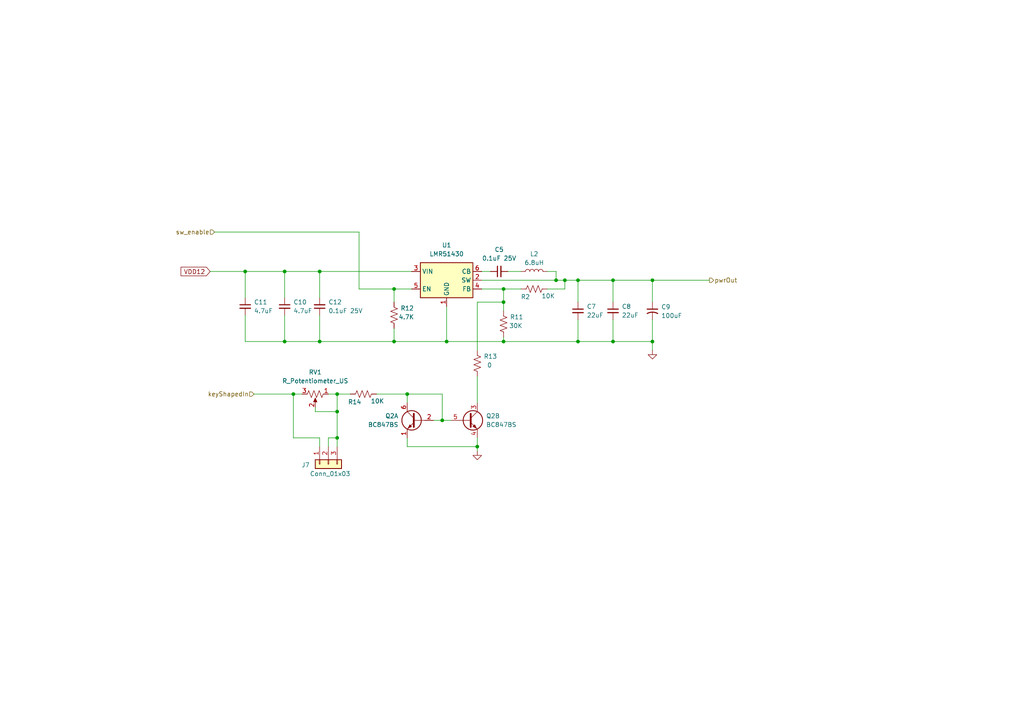
<source format=kicad_sch>
(kicad_sch (version 20250114) (generator "eeschema") (generator_version "9.0")
  (paper "A4")
  (lib_symbols
    (symbol "Connector_Generic:Conn_01x03" (pin_names (offset 1.016) (hide yes))
      (property "Reference" "J" (at 0 5.08 0))
      (property "Value" "Conn_01x03" (at 0 -5.08 0))
      (symbol "Conn_01x03_1_1"
        (rectangle (start -1.27 3.81) (end 1.27 -3.81) (stroke (width 0.254)) (fill (type background)))
        (rectangle (start -1.27 2.667) (end 0 2.413) (stroke (width 0.1524)))
        (rectangle (start -1.27 0.127) (end 0 -0.127) (stroke (width 0.1524)))
        (rectangle (start -1.27 -2.413) (end 0 -2.667) (stroke (width 0.1524)))
        (pin passive line (at -5.08 2.54 0) (length 3.81) (name "Pin_1") (number "1"))
        (pin passive line (at -5.08 0 0) (length 3.81) (name "Pin_2") (number "2"))
        (pin passive line (at -5.08 -2.54 0) (length 3.81) (name "Pin_3") (number "3"))
      )
    )
    (symbol "Device:C_Small" (pin_numbers (hide yes)) (pin_names (offset 0.254) (hide yes))
      (property "Reference" "C" (at 0.254 1.778 0))
      (property "Value" "C_Small" (at 0.254 -2.032 0))
      (symbol "C_Small_0_1"
        (polyline (pts (xy -1.524 0.508) (xy 1.524 0.508)) (stroke (width 0.3048)))
        (polyline (pts (xy -1.524 -0.508) (xy 1.524 -0.508)) (stroke (width 0.3302)))
      )
      (symbol "C_Small_1_1"
        (pin passive line (at 0 2.54 270) (length 2.032) (name "~") (number "1"))
        (pin passive line (at 0 -2.54 90) (length 2.032) (name "~") (number "2"))
      )
    )
    (symbol "Device:C_Small_US" (pin_numbers (hide yes)) (pin_names (offset 0.254) (hide yes))
      (property "Reference" "C" (at 0.254 1.778 0))
      (property "Value" "C_Small_US" (at 0.254 -2.032 0))
      (symbol "C_Small_US_0_1"
        (polyline (pts (xy -1.524 0.508) (xy 1.524 0.508)) (stroke (width 0.3048)))
        (arc (start -1.524 -0.762) (mid 0 -0.3734) (end 1.524 -0.762) (stroke (width 0.3048)))
      )
      (symbol "C_Small_US_1_1"
        (pin passive line (at 0 2.54 270) (length 2.032) (name "~") (number "1"))
        (pin passive line (at 0 -2.54 90) (length 2.032) (name "~") (number "2"))
      )
    )
    (symbol "Device:L" (pin_numbers (hide yes)) (pin_names (offset 1.016) (hide yes))
      (property "Reference" "L" (at -1.27 0 90))
      (property "Value" "L" (at 1.905 0 90))
      (symbol "L_0_1"
        (arc (start 0 2.54) (mid 0.6323 1.905) (end 0 1.27))
        (arc (start 0 1.27) (mid 0.6323 0.635) (end 0 0))
        (arc (start 0 0) (mid 0.6323 -0.635) (end 0 -1.27))
        (arc (start 0 -1.27) (mid 0.6323 -1.905) (end 0 -2.54))
      )
      (symbol "L_1_1"
        (pin passive line (at 0 3.81 270) (length 1.27) (name "1") (number "1"))
        (pin passive line (at 0 -3.81 90) (length 1.27) (name "2") (number "2"))
      )
    )
    (symbol "Device:R_Potentiometer_US" (pin_names (offset 1.016) (hide yes))
      (property "Reference" "RV" (at -4.445 0 90))
      (property "Value" "R_Potentiometer_US" (at -2.54 0 90))
      (symbol "R_Potentiometer_US_0_1"
        (polyline (pts (xy 0 2.54) (xy 0 2.286)))
        (polyline (pts (xy 0 2.286) (xy 1.016 1.905) (xy 0 1.524) (xy -1.016 1.143) (xy 0 0.762)))
        (polyline (pts (xy 0 0.762) (xy 1.016 0.381) (xy 0 0) (xy -1.016 -0.381) (xy 0 -0.762)))
        (polyline (pts (xy 0 -0.762) (xy 1.016 -1.143) (xy 0 -1.524) (xy -1.016 -1.905) (xy 0 -2.286)))
        (polyline (pts (xy 0 -2.286) (xy 0 -2.54)))
        (polyline (pts (xy 1.143 0) (xy 2.286 0.508) (xy 2.286 -0.508) (xy 1.143 0)) (fill (type outline)))
        (polyline (pts (xy 2.54 0) (xy 1.524 0)))
      )
      (symbol "R_Potentiometer_US_1_1"
        (pin passive line (at 0 3.81 270) (length 1.27) (name "1") (number "1"))
        (pin passive line (at 0 -3.81 90) (length 1.27) (name "3") (number "3"))
        (pin passive line (at 3.81 0 180) (length 1.27) (name "2") (number "2"))
      )
    )
    (symbol "Device:R_US" (pin_numbers (hide yes)) (pin_names (offset 0))
      (property "Reference" "R" (at 2.54 0 90))
      (property "Value" "R_US" (at -2.54 0 90))
      (symbol "R_US_0_1"
        (polyline (pts (xy 0 2.286) (xy 0 2.54)))
        (polyline (pts (xy 0 2.286) (xy 1.016 1.905) (xy 0 1.524) (xy -1.016 1.143) (xy 0 0.762)))
        (polyline (pts (xy 0 0.762) (xy 1.016 0.381) (xy 0 0) (xy -1.016 -0.381) (xy 0 -0.762)))
        (polyline (pts (xy 0 -0.762) (xy 1.016 -1.143) (xy 0 -1.524) (xy -1.016 -1.905) (xy 0 -2.286)))
        (polyline (pts (xy 0 -2.286) (xy 0 -2.54)))
      )
      (symbol "R_US_1_1"
        (pin passive line (at 0 3.81 270) (length 1.27) (name "~") (number "1"))
        (pin passive line (at 0 -3.81 90) (length 1.27) (name "~") (number "2"))
      )
    )
    (symbol "Regulator_Switching:LMR51430"
      (property "Reference" "U" (at -7.62 6.35 0))
      (property "Value" "LMR51430" (at 0 6.35 0))
      (symbol "LMR51430_0_1"
        (rectangle (start -7.62 5.08) (end 7.62 -5.08) (stroke (width 0.254)) (fill (type background)))
      )
      (symbol "LMR51430_1_1"
        (pin power_in line (at -10.16 2.54 0) (length 2.54) (name "VIN") (number "3"))
        (pin input line (at -10.16 -2.54 0) (length 2.54) (name "EN") (number "5"))
        (pin power_in line (at 0 -7.62 90) (length 2.54) (name "GND") (number "1"))
        (pin passive line (at 10.16 2.54 180) (length 2.54) (name "CB") (number "6"))
        (pin power_out line (at 10.16 0 180) (length 2.54) (name "SW") (number "2"))
        (pin input line (at 10.16 -2.54 180) (length 2.54) (name "FB") (number "4"))
      )
    )
    (symbol "Transistor_BJT:BC847BS" (pin_names (offset 0) (hide yes))
      (property "Reference" "Q" (at 5.08 1.27 0))
      (property "Value" "BC847BS" (at 5.08 -1.27 0))
      (symbol "BC847BS_0_1"
        (polyline (pts (xy 0.635 1.905) (xy 0.635 -1.905)) (stroke (width 0.508)))
        (polyline (pts (xy 0.635 0.635) (xy 2.54 2.54)))
        (polyline (pts (xy 0.635 0) (xy -2.54 0)))
        (polyline (pts (xy 0.635 -0.635) (xy 2.54 -2.54)))
        (circle (center 1.27 0) (radius 2.8194) (stroke (width 0.254)))
        (polyline (pts (xy 1.27 -1.778) (xy 1.778 -1.27) (xy 2.286 -2.286) (xy 1.27 -1.778)) (fill (type outline)))
      )
      (symbol "BC847BS_1_1"
        (pin input line (at -5.08 0 0) (length 2.54) (name "B1") (number "2"))
        (pin passive line (at 2.54 5.08 270) (length 2.54) (name "C1") (number "6"))
        (pin passive line (at 2.54 -5.08 90) (length 2.54) (name "E1") (number "1"))
      )
      (symbol "BC847BS_2_1"
        (pin input line (at -5.08 0 0) (length 2.54) (name "B2") (number "5"))
        (pin passive line (at 2.54 5.08 270) (length 2.54) (name "C2") (number "3"))
        (pin passive line (at 2.54 -5.08 90) (length 2.54) (name "E2") (number "4"))
      )
    )
    (symbol "power:GND" (power) (pin_numbers (hide yes)) (pin_names (offset 0) (hide yes))
      (property "Value" "GND" (at 0 -3.81 0))
      (symbol "GND_0_1"
        (polyline (pts (xy 0 0) (xy 0 -1.27) (xy 1.27 -1.27) (xy 0 -2.54) (xy -1.27 -1.27) (xy 0 -1.27)))
      )
      (symbol "GND_1_1"
        (pin power_in line (at 0 0 270) (length 0) (name "~") (number "1"))
      )
    )
  )
  (junction (at 189.23 81.28))
  (junction (at 114.3 99.06))
  (junction (at 177.8 81.28))
  (junction (at 167.64 81.28))
  (junction (at 177.8 99.06))
  (junction (at 118.11 114.3))
  (junction (at 161.29 81.28))
  (junction (at 146.05 83.82))
  (junction (at 97.79 127))
  (junction (at 92.71 78.74))
  (junction (at 146.05 87.63))
  (junction (at 82.55 78.74))
  (junction (at 138.43 129.54))
  (junction (at 92.71 99.06))
  (junction (at 114.3 83.82))
  (junction (at 189.23 99.06))
  (junction (at 71.12 78.74))
  (junction (at 82.55 99.06))
  (junction (at 163.83 81.28))
  (junction (at 146.05 99.06))
  (junction (at 97.79 119.38))
  (junction (at 97.79 114.3))
  (junction (at 128.27 121.92))
  (junction (at 129.54 99.06))
  (junction (at 85.09 114.3))
  (junction (at 167.64 99.06))
  (wire (pts (xy 114.3 83.82) (xy 119.38 83.82)))
  (wire (pts (xy 128.27 121.92) (xy 130.81 121.92)))
  (wire (pts (xy 92.71 99.06) (xy 114.3 99.06)))
  (wire (pts (xy 129.54 99.06) (xy 146.05 99.06)))
  (wire (pts (xy 167.64 81.28) (xy 167.64 87.63)))
  (wire (pts (xy 125.73 121.92) (xy 128.27 121.92)))
  (wire (pts (xy 167.64 99.06) (xy 177.8 99.06)))
  (wire (pts (xy 97.79 127) (xy 97.79 129.54)))
  (wire (pts (xy 118.11 116.84) (xy 118.11 114.3)))
  (wire (pts (xy 82.55 91.44) (xy 82.55 99.06)))
  (wire (pts (xy 109.22 114.3) (xy 118.11 114.3)))
  (wire (pts (xy 177.8 92.71) (xy 177.8 99.06)))
  (wire (pts (xy 163.83 81.28) (xy 167.64 81.28)))
  (wire (pts (xy 60.96 78.74) (xy 71.12 78.74)))
  (wire (pts (xy 161.29 78.74) (xy 158.75 78.74)))
  (wire (pts (xy 146.05 87.63) (xy 146.05 90.17)))
  (wire (pts (xy 139.7 83.82) (xy 146.05 83.82)))
  (wire (pts (xy 146.05 83.82) (xy 151.13 83.82)))
  (wire (pts (xy 146.05 83.82) (xy 146.05 87.63)))
  (wire (pts (xy 167.64 92.71) (xy 167.64 99.06)))
  (wire (pts (xy 114.3 95.25) (xy 114.3 99.06)))
  (wire (pts (xy 189.23 81.28) (xy 205.74 81.28)))
  (wire (pts (xy 97.79 119.38) (xy 97.79 114.3)))
  (wire (pts (xy 138.43 129.54) (xy 138.43 130.81)))
  (wire (pts (xy 139.7 78.74) (xy 142.24 78.74)))
  (wire (pts (xy 189.23 99.06) (xy 189.23 101.6)))
  (wire (pts (xy 118.11 129.54) (xy 138.43 129.54)))
  (wire (pts (xy 138.43 101.6) (xy 138.43 87.63)))
  (wire (pts (xy 138.43 109.22) (xy 138.43 116.84)))
  (wire (pts (xy 189.23 87.63) (xy 189.23 81.28)))
  (wire (pts (xy 118.11 114.3) (xy 128.27 114.3)))
  (wire (pts (xy 85.09 114.3) (xy 87.63 114.3)))
  (wire (pts (xy 71.12 99.06) (xy 82.55 99.06)))
  (wire (pts (xy 92.71 78.74) (xy 92.71 86.36)))
  (wire (pts (xy 189.23 99.06) (xy 189.23 92.71)))
  (wire (pts (xy 82.55 78.74) (xy 82.55 86.36)))
  (wire (pts (xy 92.71 91.44) (xy 92.71 99.06)))
  (wire (pts (xy 147.32 78.74) (xy 151.13 78.74)))
  (wire (pts (xy 82.55 99.06) (xy 92.71 99.06)))
  (wire (pts (xy 146.05 97.79) (xy 146.05 99.06)))
  (wire (pts (xy 163.83 83.82) (xy 163.83 81.28)))
  (wire (pts (xy 139.7 81.28) (xy 161.29 81.28)))
  (wire (pts (xy 138.43 87.63) (xy 146.05 87.63)))
  (wire (pts (xy 189.23 81.28) (xy 177.8 81.28)))
  (wire (pts (xy 97.79 114.3) (xy 101.6 114.3)))
  (wire (pts (xy 128.27 114.3) (xy 128.27 121.92)))
  (wire (pts (xy 158.75 83.82) (xy 163.83 83.82)))
  (wire (pts (xy 95.25 114.3) (xy 97.79 114.3)))
  (wire (pts (xy 167.64 81.28) (xy 177.8 81.28)))
  (wire (pts (xy 177.8 99.06) (xy 189.23 99.06)))
  (wire (pts (xy 71.12 78.74) (xy 71.12 86.36)))
  (wire (pts (xy 104.14 83.82) (xy 104.14 67.31)))
  (wire (pts (xy 92.71 127) (xy 85.09 127)))
  (wire (pts (xy 73.66 114.3) (xy 85.09 114.3)))
  (wire (pts (xy 62.23 67.31) (xy 104.14 67.31)))
  (wire (pts (xy 91.44 119.38) (xy 97.79 119.38)))
  (wire (pts (xy 161.29 81.28) (xy 161.29 78.74)))
  (wire (pts (xy 92.71 78.74) (xy 82.55 78.74)))
  (wire (pts (xy 92.71 129.54) (xy 92.71 127)))
  (wire (pts (xy 114.3 87.63) (xy 114.3 83.82)))
  (wire (pts (xy 114.3 83.82) (xy 104.14 83.82)))
  (wire (pts (xy 114.3 99.06) (xy 129.54 99.06)))
  (wire (pts (xy 177.8 87.63) (xy 177.8 81.28)))
  (wire (pts (xy 97.79 119.38) (xy 97.79 127)))
  (wire (pts (xy 138.43 127) (xy 138.43 129.54)))
  (wire (pts (xy 118.11 127) (xy 118.11 129.54)))
  (wire (pts (xy 146.05 99.06) (xy 167.64 99.06)))
  (wire (pts (xy 119.38 78.74) (xy 92.71 78.74)))
  (wire (pts (xy 129.54 88.9) (xy 129.54 99.06)))
  (wire (pts (xy 82.55 78.74) (xy 71.12 78.74)))
  (wire (pts (xy 95.25 129.54) (xy 95.25 127)))
  (wire (pts (xy 71.12 91.44) (xy 71.12 99.06)))
  (wire (pts (xy 91.44 118.11) (xy 91.44 119.38)))
  (wire (pts (xy 161.29 81.28) (xy 163.83 81.28)))
  (wire (pts (xy 85.09 127) (xy 85.09 114.3)))
  (wire (pts (xy 95.25 127) (xy 97.79 127)))
  (global_label "VDD12" (shape input) (at 60.96 78.74 180) (property "Intersheetrefs" "${INTERSHEET_REFS}" (effects (hide yes))))
  (hierarchical_label "sw_enable" (shape input) (at 62.23 67.31 180))
  (hierarchical_label "pwrOut" (shape output) (at 205.74 81.28 0))
  (hierarchical_label "keyShapedIn" (shape input) (at 73.66 114.3 180))
  (symbol (lib_id "Device:C_Small") (at 144.78 78.74 90) (unit 1)
    (property "Reference" "C5" (at 144.7863 72.39 90))
    (property "Value" "0.1uF 25V" (at 144.7863 74.93 90))
    (property "Footprint" "Capacitor_SMD:C_0603_1608Metric" (effects (hide yes)))
    (property "Description" "Unpolarized capacitor, small symbol" (effects (hide yes)))
  )
  (symbol (lib_id "power:GND") (at 189.23 101.6 0) (unit 1)
    (property "Reference" "#PWR03" (effects (hide yes)))
    (property "Value" "GND" (effects (hide yes)))
    (property "Description" "Power symbol creates a global label with name \"GND\" , ground" (effects (hide yes)))
  )
  (symbol (lib_id "Device:C_Small_US") (at 189.23 90.17 0) (unit 1)
    (property "Reference" "C9" (at 191.77 89.0269 0) (effects (justify left)))
    (property "Value" "100uF" (at 191.77 91.5669 0) (effects (justify left)))
    (property "Footprint" "Capacitor_SMD:C_Elec_6.3x5.8" (effects (hide yes)))
    (property "Datasheet" "https://industrial.panasonic.com/cdbs/www-data/pdf/RDE0000/ABA0000C1240.pdf" (effects (hide yes)))
    (property "Description" "capacitor, small US symbol" (effects (hide yes)))
    (property "MouserPN" "667-EEE-FT1V101AP" (effects (hide yes)))
  )
  (symbol (lib_id "Transistor_BJT:BC847BS") (at 135.89 121.92 0) (unit 2)
    (property "Reference" "Q2" (at 140.97 120.6499 0) (effects (justify left)))
    (property "Value" "BC847BS" (at 140.97 123.1899 0) (effects (justify left)))
    (property "Footprint" "Package_TO_SOT_SMD:SOT-363_SC-70-6" (effects (hide yes)))
    (property "Datasheet" "https://assets.nexperia.com/documents/data-sheet/BC847BS.pdf" (effects (hide yes)))
    (property "Description" "100mA IC, 45V Vce, Dual NPN/NPN Transistors, SOT-363" (effects (hide yes)))
  )
  (symbol (lib_id "Device:C_Small") (at 92.71 88.9 180) (unit 1)
    (property "Reference" "C12" (at 95.25 87.6235 0) (effects (justify right)))
    (property "Value" "0.1uF 25V" (at 95.25 90.1635 0) (effects (justify right)))
    (property "Footprint" "Capacitor_SMD:C_0603_1608Metric" (effects (hide yes)))
    (property "Description" "Unpolarized capacitor, small symbol" (effects (hide yes)))
  )
  (symbol (lib_id "Device:C_Small") (at 71.12 88.9 0) (unit 1)
    (property "Reference" "C11" (at 73.66 87.6362 0) (effects (justify left)))
    (property "Value" "4.7uF" (at 73.66 90.1762 0) (effects (justify left)))
    (property "Footprint" "Capacitor_SMD:C_1210_3225Metric" (effects (hide yes)))
    (property "Description" "Unpolarized capacitor, small symbol" (effects (hide yes)))
  )
  (symbol (lib_id "Connector_Generic:Conn_01x03") (at 95.25 134.62 90) (mirror x) (unit 1)
    (property "Reference" "J7" (at 88.646 134.874 90))
    (property "Value" "Conn_01x03" (at 95.758 137.414 90))
  )
  (symbol (lib_id "Regulator_Switching:LMR51430") (at 129.54 81.28 0) (unit 1)
    (property "Reference" "U1" (at 129.54 71.12 0))
    (property "Value" "LMR51430" (at 129.54 73.66 0))
    (property "Footprint" "Package_TO_SOT_SMD:SOT-23-6" (effects (hide yes)))
    (property "Datasheet" "https://www.ti.com/lit/ds/symlink/lmr51430.pdf" (effects (hide yes)))
    (property "Description" "4.5-V to 36-V, 3-A synchronous buck converter with 40-µA IQ, SOT-23-6" (effects (hide yes)))
  )
  (symbol (lib_id "Device:L") (at 154.94 78.74 90) (unit 1)
    (property "Reference" "L2" (at 154.94 73.66 90))
    (property "Value" "6.8uH" (at 154.94 76.2 90))
    (property "Footprint" "Inductor_SMD:L_10.4x10.4_H4.8" (effects (hide yes)))
    (property "Datasheet" "https://www.we-online.com/components/products/datasheet/7447714068.pdf" (effects (hide yes)))
    (property "Description" "Inductor" (effects (hide yes)))
    (property "MouserPN" "710-7447714068" (effects (hide yes)))
  )
  (symbol (lib_id "Device:C_Small") (at 82.55 88.9 0) (unit 1)
    (property "Reference" "C10" (at 85.09 87.6362 0) (effects (justify left)))
    (property "Value" "4.7uF" (at 85.09 90.1762 0) (effects (justify left)))
    (property "Footprint" "Capacitor_SMD:C_1210_3225Metric" (effects (hide yes)))
    (property "Description" "Unpolarized capacitor, small symbol" (effects (hide yes)))
  )
  (symbol (lib_id "Transistor_BJT:BC847BS") (at 120.65 121.92 0) (mirror y) (unit 1)
    (property "Reference" "Q2" (at 115.57 120.6499 0) (effects (justify left)))
    (property "Value" "BC847BS" (at 115.57 123.1899 0) (effects (justify left)))
    (property "Footprint" "Package_TO_SOT_SMD:SOT-363_SC-70-6" (effects (hide yes)))
    (property "Datasheet" "https://assets.nexperia.com/documents/data-sheet/BC847BS.pdf" (effects (hide yes)))
    (property "Description" "100mA IC, 45V Vce, Dual NPN/NPN Transistors, SOT-363" (effects (hide yes)))
  )
  (symbol (lib_id "Device:R_US") (at 105.41 114.3 90) (unit 1)
    (property "Reference" "R14" (at 102.87 116.586 90))
    (property "Value" "10K" (at 109.474 116.332 90))
    (property "Footprint" "Resistor_SMD:R_0603_1608Metric" (effects (hide yes)))
    (property "Description" "Resistor, US symbol" (effects (hide yes)))
  )
  (symbol (lib_id "Device:C_Small") (at 177.8 90.17 0) (unit 1)
    (property "Reference" "C8" (at 180.34 88.9062 0) (effects (justify left)))
    (property "Value" "22uF" (at 180.34 91.4462 0) (effects (justify left)))
    (property "Footprint" "Capacitor_SMD:C_1210_3225Metric" (effects (hide yes)))
    (property "Description" "Unpolarized capacitor, small symbol" (effects (hide yes)))
  )
  (symbol (lib_id "Device:R_Potentiometer_US") (at 91.44 114.3 270) (unit 1)
    (property "Reference" "RV1" (at 91.44 107.95 90))
    (property "Value" "R_Potentiometer_US" (at 91.44 110.49 90))
    (property "Footprint" "Potentiometer_THT:Potentiometer_Bourns_3296W_Vertical" (effects (hide yes)))
    (property "Description" "Potentiometer, US symbol" (effects (hide yes)))
  )
  (symbol (lib_id "Device:R_US") (at 138.43 105.41 180) (unit 1)
    (property "Reference" "R13" (at 142.24 103.378 0))
    (property "Value" "0" (at 141.986 105.918 0))
    (property "Footprint" "Resistor_SMD:R_0603_1608Metric" (effects (hide yes)))
    (property "Description" "Resistor, US symbol" (effects (hide yes)))
  )
  (symbol (lib_id "Device:R_US") (at 114.3 91.44 180) (unit 1)
    (property "Reference" "R12" (at 118.11 89.408 0))
    (property "Value" "4.7K" (at 117.856 91.948 0))
    (property "Footprint" "Resistor_SMD:R_0603_1608Metric" (effects (hide yes)))
    (property "Description" "Resistor, US symbol" (effects (hide yes)))
  )
  (symbol (lib_id "Device:R_US") (at 146.05 93.98 180) (unit 1)
    (property "Reference" "R11" (at 149.86 91.948 0))
    (property "Value" "30K" (at 149.606 94.488 0))
    (property "Footprint" "Resistor_SMD:R_0603_1608Metric" (effects (hide yes)))
    (property "Description" "Resistor, US symbol" (effects (hide yes)))
  )
  (symbol (lib_id "Device:C_Small") (at 167.64 90.17 0) (unit 1)
    (property "Reference" "C7" (at 170.18 88.9062 0) (effects (justify left)))
    (property "Value" "22uF" (at 170.18 91.4462 0) (effects (justify left)))
    (property "Footprint" "Capacitor_SMD:C_1210_3225Metric" (effects (hide yes)))
    (property "Description" "Unpolarized capacitor, small symbol" (effects (hide yes)))
  )
  (symbol (lib_id "Device:R_US") (at 154.94 83.82 90) (unit 1)
    (property "Reference" "R2" (at 152.4 86.106 90))
    (property "Value" "10K" (at 159.004 85.852 90))
    (property "Footprint" "Resistor_SMD:R_0603_1608Metric" (effects (hide yes)))
    (property "Description" "Resistor, US symbol" (effects (hide yes)))
  )
  (symbol (lib_id "power:GND") (at 138.43 130.81 0) (unit 1)
    (property "Reference" "#PWR06" (effects (hide yes)))
    (property "Value" "GND" (effects (hide yes)))
    (property "Description" "Power symbol creates a global label with name \"GND\" , ground" (effects (hide yes)))
  )
)
</source>
